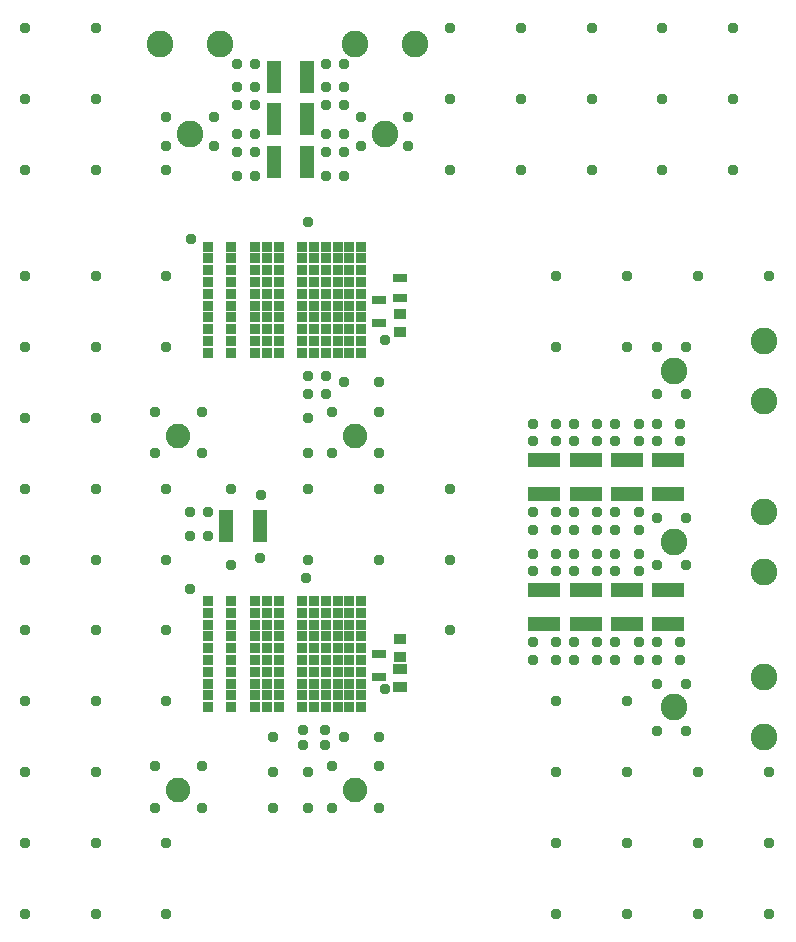
<source format=gbr>
G04 EAGLE Gerber RS-274X export*
G75*
%MOMM*%
%FSLAX34Y34*%
%LPD*%
%INSoldermask Top*%
%IPPOS*%
%AMOC8*
5,1,8,0,0,1.08239X$1,22.5*%
G01*
%ADD10R,1.143000X0.756400*%
%ADD11R,1.264400X2.692400*%
%ADD12R,0.812800X0.812800*%
%ADD13C,2.260600*%
%ADD14R,1.193800X0.911200*%
%ADD15R,1.003197X0.953200*%
%ADD16R,1.016000X0.959600*%
%ADD17R,1.203200X0.753200*%
%ADD18C,2.082800*%
%ADD19R,2.692400X1.264400*%
%ADD20C,0.959600*%


D10*
X330000Y549751D03*
X330000Y530249D03*
D11*
X240804Y738800D03*
X269196Y738800D03*
X240804Y702600D03*
X269196Y702600D03*
X240804Y666400D03*
X269196Y666400D03*
D12*
X315000Y505000D03*
X305000Y505000D03*
X295000Y505000D03*
X285000Y505000D03*
X275000Y505000D03*
X265000Y505000D03*
X245000Y505000D03*
X235000Y505000D03*
X225000Y505000D03*
X205000Y505000D03*
X185000Y505000D03*
X315000Y515000D03*
X305000Y515000D03*
X295000Y515000D03*
X285000Y515000D03*
X275000Y515000D03*
X265000Y515000D03*
X245000Y515000D03*
X235000Y515000D03*
X225000Y515000D03*
X205000Y515000D03*
X185000Y515000D03*
X315000Y525000D03*
X305000Y525000D03*
X295000Y525000D03*
X285000Y525000D03*
X275000Y525000D03*
X265000Y525000D03*
X245000Y525000D03*
X235000Y525000D03*
X225000Y525000D03*
X205000Y525000D03*
X185000Y525000D03*
X315000Y535000D03*
X305000Y535000D03*
X295000Y535000D03*
X285000Y535000D03*
X275000Y535000D03*
X265000Y535000D03*
X245000Y535000D03*
X235000Y535000D03*
X225000Y535000D03*
X205000Y535000D03*
X185000Y535000D03*
X315000Y545000D03*
X305000Y545000D03*
X295000Y545000D03*
X285000Y545000D03*
X275000Y545000D03*
X265000Y545000D03*
X245000Y545000D03*
X235000Y545000D03*
X225000Y545000D03*
X205000Y545000D03*
X185000Y545000D03*
X315000Y555000D03*
X305000Y555000D03*
X295000Y555000D03*
X285000Y555000D03*
X275000Y555000D03*
X265000Y555000D03*
X245000Y555000D03*
X235000Y555000D03*
X225000Y555000D03*
X205000Y555000D03*
X185000Y555000D03*
X315000Y565000D03*
X305000Y565000D03*
X295000Y565000D03*
X285000Y565000D03*
X275000Y565000D03*
X265000Y565000D03*
X245000Y565000D03*
X235000Y565000D03*
X225000Y565000D03*
X205000Y565000D03*
X185000Y565000D03*
X315000Y575000D03*
X305000Y575000D03*
X295000Y575000D03*
X285000Y575000D03*
X275000Y575000D03*
X265000Y575000D03*
X245000Y575000D03*
X235000Y575000D03*
X225000Y575000D03*
X205000Y575000D03*
X185000Y575000D03*
X315000Y585000D03*
X305000Y585000D03*
X295000Y585000D03*
X285000Y585000D03*
X275000Y585000D03*
X265000Y585000D03*
X245000Y585000D03*
X235000Y585000D03*
X225000Y585000D03*
X205000Y585000D03*
X185000Y585000D03*
X315000Y595000D03*
X305000Y595000D03*
X295000Y595000D03*
X285000Y595000D03*
X275000Y595000D03*
X265000Y595000D03*
X245000Y595000D03*
X235000Y595000D03*
X225000Y595000D03*
X205000Y595000D03*
X185000Y595000D03*
D11*
X229196Y358800D03*
X200804Y358800D03*
D12*
X315000Y205000D03*
X305000Y205000D03*
X295000Y205000D03*
X285000Y205000D03*
X275000Y205000D03*
X265000Y205000D03*
X245000Y205000D03*
X235000Y205000D03*
X225000Y205000D03*
X205000Y205000D03*
X185000Y205000D03*
X315000Y215000D03*
X305000Y215000D03*
X295000Y215000D03*
X285000Y215000D03*
X275000Y215000D03*
X265000Y215000D03*
X245000Y215000D03*
X235000Y215000D03*
X225000Y215000D03*
X205000Y215000D03*
X185000Y215000D03*
X315000Y225000D03*
X305000Y225000D03*
X295000Y225000D03*
X285000Y225000D03*
X275000Y225000D03*
X265000Y225000D03*
X245000Y225000D03*
X235000Y225000D03*
X225000Y225000D03*
X205000Y225000D03*
X185000Y225000D03*
X315000Y235000D03*
X305000Y235000D03*
X295000Y235000D03*
X285000Y235000D03*
X275000Y235000D03*
X265000Y235000D03*
X245000Y235000D03*
X235000Y235000D03*
X225000Y235000D03*
X205000Y235000D03*
X185000Y235000D03*
X315000Y245000D03*
X305000Y245000D03*
X295000Y245000D03*
X285000Y245000D03*
X275000Y245000D03*
X265000Y245000D03*
X245000Y245000D03*
X235000Y245000D03*
X225000Y245000D03*
X205000Y245000D03*
X185000Y245000D03*
X315000Y255000D03*
X305000Y255000D03*
X295000Y255000D03*
X285000Y255000D03*
X275000Y255000D03*
X265000Y255000D03*
X245000Y255000D03*
X235000Y255000D03*
X225000Y255000D03*
X205000Y255000D03*
X185000Y255000D03*
X315000Y265000D03*
X305000Y265000D03*
X295000Y265000D03*
X285000Y265000D03*
X275000Y265000D03*
X265000Y265000D03*
X245000Y265000D03*
X235000Y265000D03*
X225000Y265000D03*
X205000Y265000D03*
X185000Y265000D03*
X315000Y275000D03*
X305000Y275000D03*
X295000Y275000D03*
X285000Y275000D03*
X275000Y275000D03*
X265000Y275000D03*
X245000Y275000D03*
X235000Y275000D03*
X225000Y275000D03*
X205000Y275000D03*
X185000Y275000D03*
X315000Y285000D03*
X305000Y285000D03*
X295000Y285000D03*
X285000Y285000D03*
X275000Y285000D03*
X265000Y285000D03*
X245000Y285000D03*
X235000Y285000D03*
X225000Y285000D03*
X205000Y285000D03*
X185000Y285000D03*
X315000Y295000D03*
X305000Y295000D03*
X295000Y295000D03*
X285000Y295000D03*
X275000Y295000D03*
X265000Y295000D03*
X245000Y295000D03*
X235000Y295000D03*
X225000Y295000D03*
X205000Y295000D03*
X185000Y295000D03*
D10*
X330000Y249751D03*
X330000Y230249D03*
D13*
X170000Y690000D03*
X144600Y766200D03*
X195400Y766200D03*
X335000Y690000D03*
X309600Y766200D03*
X360400Y766200D03*
X580000Y205000D03*
X656200Y230400D03*
X656200Y179600D03*
X580000Y490000D03*
X656200Y515400D03*
X656200Y464600D03*
X580000Y345000D03*
X656200Y370400D03*
X656200Y319600D03*
D14*
X348000Y237477D03*
X348000Y222523D03*
D15*
X348000Y247250D03*
X348000Y262750D03*
D16*
X348000Y522281D03*
X348000Y537719D03*
D17*
X348000Y568250D03*
X348000Y551750D03*
D18*
X160000Y435000D03*
X310000Y435000D03*
X160000Y135000D03*
X310000Y135000D03*
D19*
X470000Y275804D03*
X470000Y304196D03*
X505000Y275804D03*
X505000Y304196D03*
X540000Y275804D03*
X540000Y304196D03*
X575000Y275804D03*
X575000Y304196D03*
X470000Y414196D03*
X470000Y385804D03*
X505000Y414196D03*
X505000Y385804D03*
X540000Y414196D03*
X540000Y385804D03*
X575000Y414196D03*
X575000Y385804D03*
D20*
X30000Y780000D03*
X30000Y720000D03*
X30000Y660000D03*
X90000Y660000D03*
X90000Y720000D03*
X90000Y780000D03*
X150000Y705000D03*
X150000Y680000D03*
X150000Y660000D03*
X190000Y680000D03*
X190000Y705000D03*
X210000Y655000D03*
X225000Y655000D03*
X210000Y675000D03*
X225000Y675000D03*
X210000Y690000D03*
X225000Y690000D03*
X210000Y715000D03*
X225000Y715000D03*
X225000Y730000D03*
X210000Y730000D03*
X210000Y750000D03*
X225000Y750000D03*
X230000Y385000D03*
X229000Y331000D03*
X285000Y750000D03*
X285000Y730000D03*
X300000Y750000D03*
X300000Y730000D03*
X300000Y715000D03*
X285000Y715000D03*
X285000Y690000D03*
X300000Y690000D03*
X285000Y675000D03*
X300000Y675000D03*
X285000Y655000D03*
X300000Y655000D03*
X270000Y616000D03*
X315000Y705000D03*
X315000Y680000D03*
X355000Y705000D03*
X355000Y680000D03*
X390000Y660000D03*
X390000Y720000D03*
X390000Y780000D03*
X450000Y780000D03*
X450000Y720000D03*
X450000Y660000D03*
X510000Y780000D03*
X510000Y720000D03*
X510000Y660000D03*
X570000Y780000D03*
X570000Y720000D03*
X570000Y660000D03*
X630000Y660000D03*
X630000Y720000D03*
X630000Y780000D03*
X390000Y390000D03*
X330000Y390000D03*
X270000Y390000D03*
X270000Y330000D03*
X268000Y314000D03*
X330000Y330000D03*
X390000Y330000D03*
X390000Y270000D03*
X150000Y90000D03*
X90000Y90000D03*
X30000Y90000D03*
X150000Y30000D03*
X90000Y30000D03*
X30000Y30000D03*
X460000Y370000D03*
X460000Y355000D03*
X480000Y370000D03*
X480000Y355000D03*
X495000Y370000D03*
X495000Y355000D03*
X515000Y370000D03*
X515000Y355000D03*
X530000Y370000D03*
X530000Y355000D03*
X550000Y370000D03*
X550000Y355000D03*
X460000Y335000D03*
X460000Y320000D03*
X480000Y335000D03*
X480000Y320000D03*
X495000Y335000D03*
X495000Y320000D03*
X515000Y335000D03*
X515000Y320000D03*
X530000Y335000D03*
X530000Y320000D03*
X550000Y335000D03*
X550000Y320000D03*
X565000Y365000D03*
X590000Y365000D03*
X565000Y325000D03*
X590000Y325000D03*
X205000Y325000D03*
X150000Y330000D03*
X185000Y350000D03*
X170000Y350000D03*
X185000Y370000D03*
X170000Y370000D03*
X205000Y390000D03*
X150000Y390000D03*
X90000Y390000D03*
X90000Y330000D03*
X30000Y330000D03*
X30000Y390000D03*
X335000Y516300D03*
X270000Y485000D03*
X285000Y485000D03*
X270000Y470000D03*
X285000Y470000D03*
X460000Y445000D03*
X480000Y430000D03*
X480000Y445000D03*
X460000Y430000D03*
X330000Y420000D03*
X290000Y420000D03*
X270000Y420000D03*
X270000Y450000D03*
X290000Y455000D03*
X300000Y480000D03*
X330000Y480000D03*
X330000Y455000D03*
X480000Y570000D03*
X540000Y570000D03*
X600000Y570000D03*
X660000Y570000D03*
X540000Y510000D03*
X480000Y510000D03*
X565000Y510000D03*
X590000Y510000D03*
X565000Y470000D03*
X590000Y470000D03*
X495000Y445000D03*
X495000Y430000D03*
X515000Y430000D03*
X515000Y445000D03*
X530000Y445000D03*
X530000Y430000D03*
X550000Y445000D03*
X550000Y430000D03*
X565000Y445000D03*
X565000Y430000D03*
X585000Y445000D03*
X585000Y430000D03*
X171000Y601000D03*
X150000Y570000D03*
X90000Y570000D03*
X30000Y570000D03*
X90000Y510000D03*
X30000Y510000D03*
X150000Y510000D03*
X30000Y450000D03*
X90000Y450000D03*
X140000Y455000D03*
X140000Y420000D03*
X180000Y455000D03*
X180000Y420000D03*
X335000Y220000D03*
X266000Y186000D03*
X284000Y186000D03*
X266000Y173000D03*
X284000Y173000D03*
X240000Y180000D03*
X240000Y150000D03*
X240000Y120000D03*
X270000Y150000D03*
X270000Y120000D03*
X300000Y180000D03*
X290000Y155000D03*
X290000Y120000D03*
X330000Y120000D03*
X330000Y155000D03*
X330000Y180000D03*
X460000Y260000D03*
X460000Y245000D03*
X480000Y260000D03*
X480000Y245000D03*
X495000Y260000D03*
X495000Y245000D03*
X515000Y260000D03*
X515000Y245000D03*
X530000Y260000D03*
X530000Y245000D03*
X550000Y260000D03*
X550000Y245000D03*
X565000Y260000D03*
X565000Y245000D03*
X585000Y260000D03*
X585000Y245000D03*
X480000Y210000D03*
X540000Y210000D03*
X565000Y225000D03*
X590000Y225000D03*
X565000Y185000D03*
X590000Y185000D03*
X480000Y150000D03*
X540000Y150000D03*
X600000Y150000D03*
X540000Y90000D03*
X480000Y90000D03*
X600000Y90000D03*
X480000Y30000D03*
X540000Y30000D03*
X600000Y30000D03*
X660000Y150000D03*
X660000Y90000D03*
X660000Y30000D03*
X170000Y305000D03*
X30000Y270000D03*
X90000Y270000D03*
X150000Y270000D03*
X150000Y210000D03*
X90000Y210000D03*
X30000Y210000D03*
X90000Y150000D03*
X30000Y150000D03*
X140000Y155000D03*
X140000Y120000D03*
X180000Y155000D03*
X180000Y120000D03*
M02*

</source>
